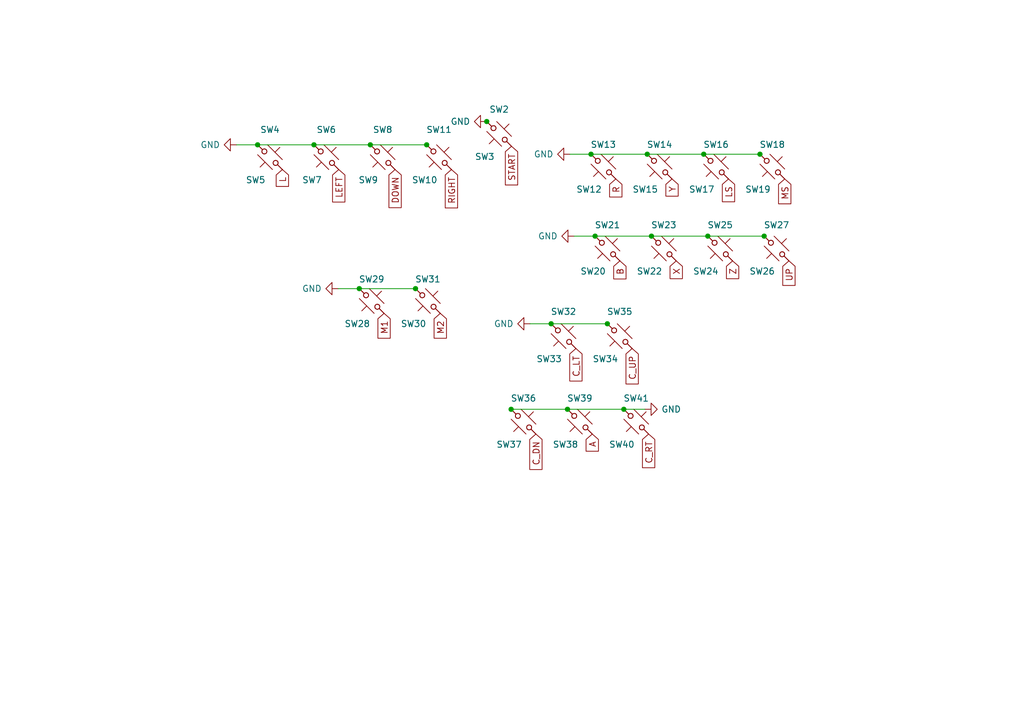
<source format=kicad_sch>
(kicad_sch (version 20230121) (generator eeschema)
  (paper "A5")
  (lib_symbols
    (symbol "marbastlib-mx:MX_SW_HS" (pin_numbers hide) (pin_names (offset 1.016) hide)
      (property "Reference" "SW" (at 3.048 1.016 0))
      (property "Value" "MX_SW_HS" (at 0 -3.81 0))
      (symbol "MX_SW_HS_0_1"
        (circle (center -1.1684 1.1684) (radius 0.508))
        (polyline (pts (xy -0.508 2.54) (xy 2.54 -0.508)))
        (polyline (pts (xy 1.016 1.016) (xy 2.032 2.032)))
        (polyline (pts (xy -2.54 2.54) (xy -1.524 1.524) (xy -1.524 1.524)))
        (polyline (pts (xy 1.524 -1.524) (xy 2.54 -2.54) (xy 2.54 -2.54) (xy 2.54 -2.54)))
        (circle (center 1.143 -1.1938) (radius 0.508))
        (pin passive line (at -2.54 2.54 0) (length 0) (name "1") (number "1"))
        (pin passive line (at 2.54 -2.54 180) (length 0) (name "2") (number "2"))
      )
    )
    (symbol "marbastlib-mx:MX_SW_solder" (pin_numbers hide) (pin_names (offset 1.016) hide)
      (property "Reference" "SW" (at 3.048 1.016 0))
      (property "Value" "MX_SW_solder" (at 0 -3.81 0))
      (symbol "MX_SW_solder_0_1"
        (circle (center -1.1684 1.1684) (radius 0.508))
        (polyline (pts (xy -0.508 2.54) (xy 2.54 -0.508)))
        (polyline (pts (xy 1.016 1.016) (xy 2.032 2.032)))
        (polyline (pts (xy -2.54 2.54) (xy -1.524 1.524) (xy -1.524 1.524)))
        (polyline (pts (xy 1.524 -1.524) (xy 2.54 -2.54) (xy 2.54 -2.54) (xy 2.54 -2.54)))
        (circle (center 1.143 -1.1938) (radius 0.508))
        (pin passive line (at -2.54 2.54 0) (length 0) (name "1") (number "1"))
        (pin passive line (at 2.54 -2.54 180) (length 0) (name "2") (number "2"))
      )
    )
    (symbol "power:GND" (power) (pin_names (offset 0))
      (property "Value" "GND" (at 0 -3.81 0))
      (symbol "GND_0_1"
        (polyline (pts (xy 0 0) (xy 0 -1.27) (xy 1.27 -1.27) (xy 0 -2.54) (xy -1.27 -1.27) (xy 0 -1.27)))
      )
      (symbol "GND_1_1"
        (pin power_in line (at 0 0 270) (length 0) hide (name "GND") (number "1"))
      )
    )
  )
  (junction (at 155.8544 31.6484))
  (junction (at 52.832 29.718))
  (junction (at 121.2088 31.6484))
  (junction (at 85.217 59.2328))
  (junction (at 73.6854 59.2328))
  (junction (at 104.8258 83.9978))
  (junction (at 144.3228 31.6484))
  (junction (at 124.5616 66.4464))
  (junction (at 87.503 29.718))
  (junction (at 64.389 29.718))
  (junction (at 122.047 48.4632))
  (junction (at 132.7404 31.6484))
  (junction (at 133.604 48.4632))
  (junction (at 99.822 24.9428))
  (junction (at 145.161 48.4632))
  (junction (at 116.3828 83.9978))
  (junction (at 75.946 29.718))
  (junction (at 127.9398 83.9978))
  (junction (at 156.718 48.4632))
  (junction (at 113.03 66.4464))
  (wire (pts (xy 117.7544 48.4632) (xy 122.047 48.4632)))
  (wire (pts (xy 132.2578 83.9978) (xy 127.9398 83.9978)))
  (wire (pts (xy 48.514 29.718) (xy 52.832 29.718)))
  (wire (pts (xy 116.8908 31.6484) (xy 121.2088 31.6484)))
  (wire (pts (xy 52.832 29.718) (xy 64.389 29.718)))
  (wire (pts (xy 73.6854 59.2328) (xy 85.217 59.2328)))
  (wire (pts (xy 104.8258 83.9978) (xy 116.3828 83.9978)))
  (wire (pts (xy 75.946 29.718) (xy 87.503 29.718)))
  (wire (pts (xy 145.161 48.4632) (xy 156.718 48.4632)))
  (wire (pts (xy 69.3674 59.2328) (xy 73.6854 59.2328)))
  (wire (pts (xy 108.712 66.4464) (xy 113.03 66.4464)))
  (wire (pts (xy 132.7404 31.6484) (xy 144.3228 31.6484)))
  (wire (pts (xy 144.3228 31.6484) (xy 155.8544 31.6484)))
  (wire (pts (xy 133.604 48.4632) (xy 145.161 48.4632)))
  (wire (pts (xy 122.047 48.4632) (xy 133.604 48.4632)))
  (wire (pts (xy 113.03 66.4464) (xy 124.5616 66.4464)))
  (wire (pts (xy 64.389 29.718) (xy 75.946 29.718)))
  (wire (pts (xy 121.2088 31.6484) (xy 132.7404 31.6484)))
  (wire (pts (xy 116.3828 83.9978) (xy 127.9398 83.9978)))
  (global_label "DOWN" (shape input) (at 81.026 34.798 270) (property "Intersheetrefs" "${INTERSHEET_REFS}" (effects hide)))
  (global_label "RIGHT" (shape input) (at 92.583 34.798 270) (property "Intersheetrefs" "${INTERSHEET_REFS}" (effects hide)))
  (global_label "LEFT" (shape input) (at 69.469 34.798 270) (property "Intersheetrefs" "${INTERSHEET_REFS}" (effects hide)))
  (global_label "M2" (shape input) (at 90.297 64.3128 270) (property "Intersheetrefs" "${INTERSHEET_REFS}" (effects hide)))
  (global_label "Z" (shape input) (at 150.241 53.5432 270) (property "Intersheetrefs" "${INTERSHEET_REFS}" (effects hide)))
  (global_label "C_UP" (shape input) (at 129.6416 71.5264 270) (property "Intersheetrefs" "${INTERSHEET_REFS}" (effects hide)))
  (global_label "LS" (shape input) (at 149.4028 36.7284 270) (property "Intersheetrefs" "${INTERSHEET_REFS}" (effects hide)))
  (global_label "X" (shape input) (at 138.684 53.5432 270) (property "Intersheetrefs" "${INTERSHEET_REFS}" (effects hide)))
  (global_label "B" (shape input) (at 127.127 53.5432 270) (property "Intersheetrefs" "${INTERSHEET_REFS}" (effects hide)))
  (global_label "C_DN" (shape input) (at 109.9058 89.0778 270) (property "Intersheetrefs" "${INTERSHEET_REFS}" (effects hide)))
  (global_label "R" (shape input) (at 126.2888 36.7284 270) (property "Intersheetrefs" "${INTERSHEET_REFS}" (effects hide)))
  (global_label "C_RT" (shape input) (at 133.0198 89.0778 270) (property "Intersheetrefs" "${INTERSHEET_REFS}" (effects hide)))
  (global_label "START" (shape input) (at 104.902 30.0228 270) (property "Intersheetrefs" "${INTERSHEET_REFS}" (effects hide)))
  (global_label "Y" (shape input) (at 137.8204 36.7284 270) (property "Intersheetrefs" "${INTERSHEET_REFS}" (effects hide)))
  (global_label "C_LT" (shape input) (at 118.11 71.5264 270) (property "Intersheetrefs" "${INTERSHEET_REFS}" (effects hide)))
  (global_label "A" (shape input) (at 121.4628 89.0778 270) (property "Intersheetrefs" "${INTERSHEET_REFS}" (effects hide)))
  (global_label "MS" (shape input) (at 160.9344 36.7284 270) (property "Intersheetrefs" "${INTERSHEET_REFS}" (effects hide)))
  (global_label "UP" (shape input) (at 161.798 53.5432 270) (property "Intersheetrefs" "${INTERSHEET_REFS}" (effects hide)))
  (global_label "L" (shape input) (at 57.912 34.798 270) (property "Intersheetrefs" "${INTERSHEET_REFS}" (effects hide)))
  (global_label "M1" (shape input) (at 78.7654 64.3128 270) (property "Intersheetrefs" "${INTERSHEET_REFS}" (effects hide)))
  (symbol (lib_id "marbastlib-mx:MX_SW_solder") (at 118.9228 86.5378 180) (unit 1)
    (property "Reference" "SW38" (at 115.9764 91.2114 0))
    (property "Value" "MX_SW_solder" (effects hide))
    (property "Footprint" "marbastlib-mx:SW_MX_1u" (effects hide))
  )
  (symbol (lib_id "power:GND") (at 117.7544 48.4632 270) (unit 1)
    (property "Reference" "#PWR035" (effects hide))
    (property "Value" "GND" (at 114.4016 48.4631 90) (effects (justify right)))
  )
  (symbol (lib_id "marbastlib-mx:MX_SW_solder") (at 123.7488 34.1884 180) (unit 1)
    (property "Reference" "SW12" (at 120.8024 38.862 0))
    (property "Value" "MX_SW_solder" (effects hide))
    (property "Footprint" "marbastlib-mx:SW_MX_1u" (effects hide))
  )
  (symbol (lib_id "marbastlib-mx:MX_SW_HS") (at 147.701 51.0032 0) (unit 1)
    (property "Reference" "SW25" (at 147.701 46.1772 0))
    (property "Value" "MX_SW_HS" (effects hide))
    (property "Footprint" "marbastlib-mx:SW_MX_HS_1u" (effects hide))
    (instances (project "OpenRectangle" (path "" (reference "SW25") (unit 1)) (path "" (reference "SW24") (unit 1))))
  )
  (symbol (lib_id "power:GND") (at 69.3674 59.2328 270) (unit 1)
    (property "Reference" "#PWR036" (effects hide))
    (property "Value" "GND" (at 66.0146 59.2327 90) (effects (justify right)))
  )
  (symbol (lib_id "marbastlib-mx:MX_SW_HS") (at 136.144 51.0032 0) (unit 1)
    (property "Reference" "SW23" (at 136.144 46.1772 0))
    (property "Value" "MX_SW_HS" (effects hide))
    (property "Footprint" "marbastlib-mx:SW_MX_HS_1u" (effects hide))
    (instances (project "OpenRectangle" (path "" (reference "SW23") (unit 1)) (path "" (reference "SW22") (unit 1))))
  )
  (symbol (lib_id "marbastlib-mx:MX_SW_solder") (at 55.372 32.258 180) (unit 1)
    (property "Reference" "SW5" (at 52.4256 36.9316 0))
    (property "Value" "MX_SW_solder" (effects hide))
    (property "Footprint" "marbastlib-mx:SW_MX_1u" (effects hide))
    (instances (project "OpenRectangle" (path "" (reference "SW5") (unit 1)) (path "" (reference "SW4") (unit 1))))
  )
  (symbol (lib_id "marbastlib-mx:MX_SW_solder") (at 78.486 32.258 180) (unit 1)
    (property "Reference" "SW9" (at 75.5396 36.9316 0))
    (property "Value" "MX_SW_solder" (effects hide))
    (property "Footprint" "marbastlib-mx:SW_MX_1u" (effects hide))
    (instances (project "OpenRectangle" (path "" (reference "SW9") (unit 1)) (path "" (reference "SW8") (unit 1))))
  )
  (symbol (lib_id "marbastlib-mx:MX_SW_HS") (at 115.57 68.9864 0) (unit 1)
    (property "Reference" "SW32" (at 115.57 63.9572 0))
    (property "Value" "MX_SW_HS" (effects hide))
    (property "Footprint" "marbastlib-mx:SW_MX_HS_1u" (effects hide))
  )
  (symbol (lib_id "marbastlib-mx:MX_SW_solder") (at 124.587 51.0032 180) (unit 1)
    (property "Reference" "SW20" (at 121.6406 55.6768 0))
    (property "Value" "MX_SW_solder" (effects hide))
    (property "Footprint" "marbastlib-mx:SW_MX_1u" (effects hide))
  )
  (symbol (lib_id "marbastlib-mx:MX_SW_HS") (at 130.4798 86.5378 0) (unit 1)
    (property "Reference" "SW41" (at 130.4798 81.7372 0))
    (property "Value" "MX_SW_HS" (effects hide))
    (property "Footprint" "marbastlib-mx:SW_MX_HS_1u" (effects hide))
    (instances (project "OpenRectangle" (path "" (reference "SW41") (unit 1)) (path "" (reference "SW40") (unit 1))))
  )
  (symbol (lib_id "marbastlib-mx:MX_SW_HS") (at 102.362 27.4828 0) (unit 1)
    (property "Reference" "SW2" (at 102.362 22.4536 0))
    (property "Value" "MX_SW_HS" (effects hide))
    (property "Footprint" "marbastlib-mx:SW_MX_HS_1u" (effects hide))
  )
  (symbol (lib_id "marbastlib-mx:MX_SW_HS") (at 146.8628 34.1884 0) (unit 1)
    (property "Reference" "SW16" (at 146.8628 29.6672 0))
    (property "Value" "MX_SW_HS" (effects hide))
    (property "Footprint" "marbastlib-mx:SW_MX_HS_1u" (effects hide))
  )
  (symbol (lib_id "marbastlib-mx:MX_SW_HS") (at 158.3944 34.1884 0) (unit 1)
    (property "Reference" "SW18" (at 158.3944 29.6672 0))
    (property "Value" "MX_SW_HS" (effects hide))
    (property "Footprint" "marbastlib-mx:SW_MX_HS_1u" (effects hide))
  )
  (symbol (lib_id "power:GND") (at 108.712 66.4464 270) (unit 1)
    (property "Reference" "#PWR037" (effects hide))
    (property "Value" "GND" (at 105.3592 66.4463 90) (effects (justify right)))
  )
  (symbol (lib_id "marbastlib-mx:MX_SW_HS") (at 135.2804 34.1884 0) (unit 1)
    (property "Reference" "SW14" (at 135.2804 29.6672 0))
    (property "Value" "MX_SW_HS" (effects hide))
    (property "Footprint" "marbastlib-mx:SW_MX_HS_1u" (effects hide))
  )
  (symbol (lib_id "marbastlib-mx:MX_SW_solder") (at 90.043 32.258 180) (unit 1)
    (property "Reference" "SW10" (at 87.0966 36.9316 0))
    (property "Value" "MX_SW_solder" (effects hide))
    (property "Footprint" "marbastlib-mx:SW_MX_1u" (effects hide))
  )
  (symbol (lib_id "power:GND") (at 132.2578 83.9978 90) (unit 1)
    (property "Reference" "#PWR038" (effects hide))
    (property "Value" "GND" (at 135.6106 83.9979 90) (effects (justify right)))
  )
  (symbol (lib_id "marbastlib-mx:MX_SW_HS") (at 124.587 51.0032 0) (unit 1)
    (property "Reference" "SW21" (at 124.587 46.1772 0))
    (property "Value" "MX_SW_HS" (effects hide))
    (property "Footprint" "marbastlib-mx:SW_MX_HS_1u" (effects hide))
  )
  (symbol (lib_id "marbastlib-mx:MX_SW_HS") (at 159.258 51.0032 0) (unit 1)
    (property "Reference" "SW27" (at 159.258 46.1772 0))
    (property "Value" "MX_SW_HS" (effects hide))
    (property "Footprint" "marbastlib-mx:SW_MX_HS_1u" (effects hide))
    (instances (project "OpenRectangle" (path "" (reference "SW27") (unit 1)) (path "" (reference "SW26") (unit 1))))
  )
  (symbol (lib_id "marbastlib-mx:MX_SW_HS") (at 55.372 32.258 0) (unit 1)
    (property "Reference" "SW4" (at 55.372 26.6192 0))
    (property "Value" "MX_SW_HS" (effects hide))
    (property "Footprint" "marbastlib-mx:SW_MX_HS_1u" (effects hide))
    (instances (project "OpenRectangle" (path "" (reference "SW4") (unit 1)) (path "" (reference "SW5") (unit 1))))
  )
  (symbol (lib_id "marbastlib-mx:MX_SW_HS") (at 118.9228 86.5378 0) (unit 1)
    (property "Reference" "SW39" (at 118.9228 81.7372 0))
    (property "Value" "MX_SW_HS" (effects hide))
    (property "Footprint" "marbastlib-mx:SW_MX_HS_1u" (effects hide))
  )
  (symbol (lib_id "power:GND") (at 116.8908 31.6484 270) (unit 1)
    (property "Reference" "#PWR034" (effects hide))
    (property "Value" "GND" (at 113.538 31.6483 90) (effects (justify right)))
  )
  (symbol (lib_id "marbastlib-mx:MX_SW_solder") (at 87.757 61.7728 180) (unit 1)
    (property "Reference" "SW30" (at 84.8106 66.4464 0))
    (property "Value" "MX_SW_solder" (effects hide))
    (property "Footprint" "marbastlib-mx:SW_MX_1u" (effects hide))
  )
  (symbol (lib_id "marbastlib-mx:MX_SW_HS") (at 76.2254 61.7728 0) (unit 1)
    (property "Reference" "SW29" (at 76.2254 57.3024 0))
    (property "Value" "MX_SW_HS" (effects hide))
    (property "Footprint" "marbastlib-mx:SW_MX_HS_1u" (effects hide))
    (instances (project "OpenRectangle" (path "" (reference "SW29") (unit 1)) (path "" (reference "SW28") (unit 1))))
  )
  (symbol (lib_id "marbastlib-mx:MX_SW_solder") (at 130.4798 86.5378 180) (unit 1)
    (property "Reference" "SW40" (at 127.5334 91.2114 0))
    (property "Value" "MX_SW_solder" (effects hide))
    (property "Footprint" "marbastlib-mx:SW_MX_1u" (effects hide))
    (instances (project "OpenRectangle" (path "" (reference "SW40") (unit 1)) (path "" (reference "SW41") (unit 1))))
  )
  (symbol (lib_id "marbastlib-mx:MX_SW_HS") (at 107.3658 86.5378 0) (unit 1)
    (property "Reference" "SW36" (at 107.3658 81.7372 0))
    (property "Value" "MX_SW_HS" (effects hide))
    (property "Footprint" "marbastlib-mx:SW_MX_HS_1u" (effects hide))
  )
  (symbol (lib_id "marbastlib-mx:MX_SW_solder") (at 146.8628 34.1884 180) (unit 1)
    (property "Reference" "SW17" (at 143.9164 38.862 0))
    (property "Value" "MX_SW_solder" (effects hide))
    (property "Footprint" "marbastlib-mx:SW_MX_1u" (effects hide))
  )
  (symbol (lib_id "marbastlib-mx:MX_SW_HS") (at 127.1016 68.9864 0) (unit 1)
    (property "Reference" "SW35" (at 127.1016 63.9572 0))
    (property "Value" "MX_SW_HS" (effects hide))
    (property "Footprint" "marbastlib-mx:SW_MX_HS_1u" (effects hide))
    (instances (project "OpenRectangle" (path "" (reference "SW35") (unit 1)) (path "" (reference "SW34") (unit 1))))
  )
  (symbol (lib_id "marbastlib-mx:MX_SW_solder") (at 147.701 51.0032 180) (unit 1)
    (property "Reference" "SW24" (at 144.7546 55.6768 0))
    (property "Value" "MX_SW_solder" (effects hide))
    (property "Footprint" "marbastlib-mx:SW_MX_1u" (effects hide))
    (instances (project "OpenRectangle" (path "" (reference "SW24") (unit 1)) (path "" (reference "SW25") (unit 1))))
  )
  (symbol (lib_id "marbastlib-mx:MX_SW_HS") (at 87.757 61.7728 0) (unit 1)
    (property "Reference" "SW31" (at 87.757 57.3024 0))
    (property "Value" "MX_SW_HS" (effects hide))
    (property "Footprint" "marbastlib-mx:SW_MX_HS_1u" (effects hide))
  )
  (symbol (lib_id "marbastlib-mx:MX_SW_solder") (at 127.1016 68.9864 180) (unit 1)
    (property "Reference" "SW34" (at 124.1552 73.66 0))
    (property "Value" "MX_SW_solder" (effects hide))
    (property "Footprint" "marbastlib-mx:SW_MX_1u" (effects hide))
    (instances (project "OpenRectangle" (path "" (reference "SW34") (unit 1)) (path "" (reference "SW35") (unit 1))))
  )
  (symbol (lib_id "power:GND") (at 48.514 29.718 270) (unit 1)
    (property "Reference" "#PWR033" (effects hide))
    (property "Value" "GND" (at 45.1612 29.7179 90) (effects (justify right)))
  )
  (symbol (lib_id "marbastlib-mx:MX_SW_HS") (at 66.929 32.258 0) (unit 1)
    (property "Reference" "SW6" (at 66.929 26.6192 0))
    (property "Value" "MX_SW_HS" (effects hide))
    (property "Footprint" "marbastlib-mx:SW_MX_HS_1u" (effects hide))
  )
  (symbol (lib_id "marbastlib-mx:MX_SW_solder") (at 107.3658 86.5378 180) (unit 1)
    (property "Reference" "SW37" (at 104.4194 91.2114 0))
    (property "Value" "MX_SW_solder" (effects hide))
    (property "Footprint" "marbastlib-mx:SW_MX_1u" (effects hide))
  )
  (symbol (lib_id "marbastlib-mx:MX_SW_solder") (at 159.258 51.0032 180) (unit 1)
    (property "Reference" "SW26" (at 156.3116 55.6768 0))
    (property "Value" "MX_SW_solder" (effects hide))
    (property "Footprint" "marbastlib-mx:SW_MX_1u" (effects hide))
    (instances (project "OpenRectangle" (path "" (reference "SW26") (unit 1)) (path "" (reference "SW27") (unit 1))))
  )
  (symbol (lib_id "marbastlib-mx:MX_SW_solder") (at 66.929 32.258 180) (unit 1)
    (property "Reference" "SW7" (at 63.9826 36.9316 0))
    (property "Value" "MX_SW_solder" (effects hide))
    (property "Footprint" "marbastlib-mx:SW_MX_1u" (effects hide))
  )
  (symbol (lib_id "marbastlib-mx:MX_SW_solder") (at 135.2804 34.1884 180) (unit 1)
    (property "Reference" "SW15" (at 132.334 38.862 0))
    (property "Value" "MX_SW_solder" (effects hide))
    (property "Footprint" "marbastlib-mx:SW_MX_1u" (effects hide))
  )
  (symbol (lib_id "marbastlib-mx:MX_SW_solder") (at 76.2254 61.7728 180) (unit 1)
    (property "Reference" "SW28" (at 73.279 66.4464 0))
    (property "Value" "MX_SW_solder" (effects hide))
    (property "Footprint" "marbastlib-mx:SW_MX_1u" (effects hide))
    (instances (project "OpenRectangle" (path "" (reference "SW28") (unit 1)) (path "" (reference "SW29") (unit 1))))
  )
  (symbol (lib_id "marbastlib-mx:MX_SW_solder") (at 158.3944 34.1884 180) (unit 1)
    (property "Reference" "SW19" (at 155.448 38.862 0))
    (property "Value" "MX_SW_solder" (effects hide))
    (property "Footprint" "marbastlib-mx:SW_MX_1u" (effects hide))
  )
  (symbol (lib_id "marbastlib-mx:MX_SW_solder") (at 115.57 68.9864 180) (unit 1)
    (property "Reference" "SW33" (at 112.6236 73.66 0))
    (property "Value" "MX_SW_solder" (effects hide))
    (property "Footprint" "marbastlib-mx:SW_MX_1u" (effects hide))
  )
  (symbol (lib_id "power:GND") (at 99.822 24.9428 270) (unit 1)
    (property "Reference" "#PWR032" (effects hide))
    (property "Value" "GND" (at 96.4692 24.9427 90) (effects (justify right)))
  )
  (symbol (lib_id "marbastlib-mx:MX_SW_solder") (at 136.144 51.0032 180) (unit 1)
    (property "Reference" "SW22" (at 133.1976 55.6768 0))
    (property "Value" "MX_SW_solder" (effects hide))
    (property "Footprint" "marbastlib-mx:SW_MX_1u" (effects hide))
    (instances (project "OpenRectangle" (path "" (reference "SW22") (unit 1)) (path "" (reference "SW23") (unit 1))))
  )
  (symbol (lib_id "marbastlib-mx:MX_SW_HS") (at 78.486 32.258 0) (unit 1)
    (property "Reference" "SW8" (at 78.486 26.6192 0))
    (property "Value" "MX_SW_HS" (effects hide))
    (property "Footprint" "marbastlib-mx:SW_MX_HS_1u" (effects hide))
    (instances (project "OpenRectangle" (path "" (reference "SW8") (unit 1)) (path "" (reference "SW9") (unit 1))))
  )
  (symbol (lib_id "marbastlib-mx:MX_SW_solder") (at 102.362 27.4828 180) (unit 1)
    (property "Reference" "SW3" (at 99.4156 32.1564 0))
    (property "Value" "MX_SW_solder" (effects hide))
    (property "Footprint" "marbastlib-mx:SW_MX_1u" (effects hide))
  )
  (symbol (lib_id "marbastlib-mx:MX_SW_HS") (at 123.7488 34.1884 0) (unit 1)
    (property "Reference" "SW13" (at 123.7488 29.6672 0))
    (property "Value" "MX_SW_HS" (effects hide))
    (property "Footprint" "marbastlib-mx:SW_MX_HS_1u" (effects hide))
  )
  (symbol (lib_id "marbastlib-mx:MX_SW_HS") (at 90.043 32.258 0) (unit 1)
    (property "Reference" "SW11" (at 90.043 26.6192 0))
    (property "Value" "MX_SW_HS" (effects hide))
    (property "Footprint" "marbastlib-mx:SW_MX_HS_1u" (effects hide))
  )
)
</source>
